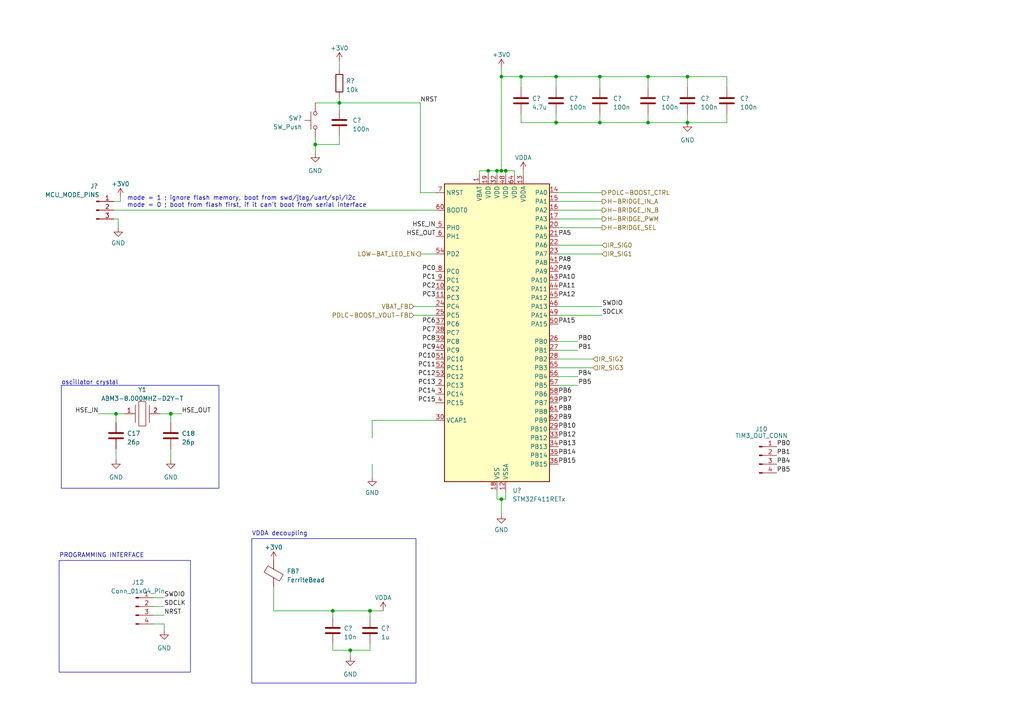
<source format=kicad_sch>
(kicad_sch (version 20230121) (generator eeschema)
  (paper "A4")
  (lib_symbols
    (symbol "Connector:Conn_01x03_Pin" (pin_names (offset 1.016) hide)
      (property "Reference" "J" (at 0 5.08 0))
      (property "Value" "Conn_01x03_Pin" (at 0 -5.08 0))
      (symbol "Conn_01x03_Pin_1_1"
        (polyline (pts (xy 1.27 -2.54) (xy 0.8636 -2.54)) (stroke (width 0.1524)))
        (polyline (pts (xy 1.27 0) (xy 0.8636 0)) (stroke (width 0.1524)))
        (polyline (pts (xy 1.27 2.54) (xy 0.8636 2.54)) (stroke (width 0.1524)))
        (rectangle (start 0.8636 -2.413) (end 0 -2.667) (stroke (width 0.1524)) (fill (type outline)))
        (rectangle (start 0.8636 0.127) (end 0 -0.127) (stroke (width 0.1524)) (fill (type outline)))
        (rectangle (start 0.8636 2.667) (end 0 2.413) (stroke (width 0.1524)) (fill (type outline)))
        (pin passive line (at 5.08 2.54 180) (length 3.81) (name "Pin_1") (number "1"))
        (pin passive line (at 5.08 0 180) (length 3.81) (name "Pin_2") (number "2"))
        (pin passive line (at 5.08 -2.54 180) (length 3.81) (name "Pin_3") (number "3"))
      )
    )
    (symbol "Connector:Conn_01x04_Pin" (pin_names (offset 1.016) hide)
      (property "Reference" "J" (at 0 5.08 0))
      (property "Value" "Conn_01x04_Pin" (at 0 -7.62 0))
      (symbol "Conn_01x04_Pin_1_1"
        (polyline (pts (xy 1.27 -5.08) (xy 0.8636 -5.08)) (stroke (width 0.1524)))
        (polyline (pts (xy 1.27 -2.54) (xy 0.8636 -2.54)) (stroke (width 0.1524)))
        (polyline (pts (xy 1.27 0) (xy 0.8636 0)) (stroke (width 0.1524)))
        (polyline (pts (xy 1.27 2.54) (xy 0.8636 2.54)) (stroke (width 0.1524)))
        (rectangle (start 0.8636 -4.953) (end 0 -5.207) (stroke (width 0.1524)) (fill (type outline)))
        (rectangle (start 0.8636 -2.413) (end 0 -2.667) (stroke (width 0.1524)) (fill (type outline)))
        (rectangle (start 0.8636 0.127) (end 0 -0.127) (stroke (width 0.1524)) (fill (type outline)))
        (rectangle (start 0.8636 2.667) (end 0 2.413) (stroke (width 0.1524)) (fill (type outline)))
        (pin passive line (at 5.08 2.54 180) (length 3.81) (name "Pin_1") (number "1"))
        (pin passive line (at 5.08 0 180) (length 3.81) (name "Pin_2") (number "2"))
        (pin passive line (at 5.08 -2.54 180) (length 3.81) (name "Pin_3") (number "3"))
        (pin passive line (at 5.08 -5.08 180) (length 3.81) (name "Pin_4") (number "4"))
      )
    )
    (symbol "CustomSymbols:ABM3-8.000MHZ-D2Y-T" (pin_names (offset 0.762))
      (property "Reference" "Y" (at 8.89 6.35 0))
      (property "Value" "ABM3-8.000MHZ-D2Y-T" (at 8.89 3.81 0))
      (symbol "ABM3-8.000MHZ-D2Y-T_0_0"
        (pin passive line (at 0 0 0) (length 2.54) (name "~") (number "1"))
        (pin passive line (at 10.16 0 180) (length 2.54) (name "~") (number "2"))
      )
      (symbol "ABM3-8.000MHZ-D2Y-T_0_1"
        (polyline (pts (xy 3.048 0) (xy 2.54 0)) (stroke (width 0.1524)))
        (polyline (pts (xy 3.048 2.54) (xy 3.048 -2.54)) (stroke (width 0.1524)))
        (polyline (pts (xy 7.112 0) (xy 7.62 0)) (stroke (width 0.1524)))
        (polyline (pts (xy 7.112 2.54) (xy 7.112 -2.54)) (stroke (width 0.1524)))
        (polyline (pts (xy 4.064 3.556) (xy 4.064 -3.556) (xy 6.096 -3.556) (xy 6.096 3.556) (xy 4.064 3.556)) (stroke (width 0.1524)))
      )
    )
    (symbol "Device:C" (pin_numbers hide) (pin_names (offset 0.254))
      (property "Reference" "C" (at 0.635 2.54 0))
      (property "Value" "C" (at 0.635 -2.54 0))
      (symbol "C_0_1"
        (polyline (pts (xy -2.032 -0.762) (xy 2.032 -0.762)) (stroke (width 0.508)))
        (polyline (pts (xy -2.032 0.762) (xy 2.032 0.762)) (stroke (width 0.508)))
      )
      (symbol "C_1_1"
        (pin passive line (at 0 3.81 270) (length 2.794) (name "~") (number "1"))
        (pin passive line (at 0 -3.81 90) (length 2.794) (name "~") (number "2"))
      )
    )
    (symbol "Device:FerriteBead" (pin_numbers hide) (pin_names (offset 0))
      (property "Reference" "FB" (at -3.81 0.635 90))
      (property "Value" "FerriteBead" (at 3.81 0 90))
      (symbol "FerriteBead_0_1"
        (polyline (pts (xy 0 -1.27) (xy 0 -1.2192)))
        (polyline (pts (xy 0 1.27) (xy 0 1.2954)))
        (polyline (pts (xy -2.7686 0.4064) (xy -1.7018 2.2606) (xy 2.7686 -0.3048) (xy 1.6764 -2.159) (xy -2.7686 0.4064)))
      )
      (symbol "FerriteBead_1_1"
        (pin passive line (at 0 3.81 270) (length 2.54) (name "~") (number "1"))
        (pin passive line (at 0 -3.81 90) (length 2.54) (name "~") (number "2"))
      )
    )
    (symbol "Device:R" (pin_numbers hide) (pin_names (offset 0))
      (property "Reference" "R" (at 2.032 0 90))
      (property "Value" "R" (at 0 0 90))
      (symbol "R_0_1"
        (rectangle (start -1.016 -2.54) (end 1.016 2.54) (stroke (width 0.254)))
      )
      (symbol "R_1_1"
        (pin passive line (at 0 3.81 270) (length 1.27) (name "~") (number "1"))
        (pin passive line (at 0 -3.81 90) (length 1.27) (name "~") (number "2"))
      )
    )
    (symbol "MCU_ST_STM32F4:STM32F411RETx"
      (property "Reference" "U" (at -15.24 44.45 0))
      (property "Value" "STM32F411RETx" (at 10.16 44.45 0))
      (symbol "STM32F411RETx_0_1"
        (rectangle (start -15.24 -43.18) (end 15.24 43.18) (stroke (width 0.254)) (fill (type background)))
      )
      (symbol "STM32F411RETx_1_1"
        (pin power_in line (at -5.08 45.72 270) (length 2.54) (name "VBAT") (number "1"))
        (pin bidirectional line (at -17.78 12.7 0) (length 2.54) (name "PC2") (number "10"))
        (pin bidirectional line (at -17.78 10.16 0) (length 2.54) (name "PC3") (number "11"))
        (pin power_in line (at 2.54 -45.72 90) (length 2.54) (name "VSSA") (number "12"))
        (pin power_in line (at 7.62 45.72 270) (length 2.54) (name "VDDA") (number "13"))
        (pin bidirectional line (at 17.78 40.64 180) (length 2.54) (name "PA0") (number "14"))
        (pin bidirectional line (at 17.78 38.1 180) (length 2.54) (name "PA1") (number "15"))
        (pin bidirectional line (at 17.78 35.56 180) (length 2.54) (name "PA2") (number "16"))
        (pin bidirectional line (at 17.78 33.02 180) (length 2.54) (name "PA3") (number "17"))
        (pin power_in line (at 0 -45.72 90) (length 2.54) (name "VSS") (number "18"))
        (pin power_in line (at -2.54 45.72 270) (length 2.54) (name "VDD") (number "19"))
        (pin bidirectional line (at -17.78 -15.24 0) (length 2.54) (name "PC13") (number "2"))
        (pin bidirectional line (at 17.78 30.48 180) (length 2.54) (name "PA4") (number "20"))
        (pin bidirectional line (at 17.78 27.94 180) (length 2.54) (name "PA5") (number "21"))
        (pin bidirectional line (at 17.78 25.4 180) (length 2.54) (name "PA6") (number "22"))
        (pin bidirectional line (at 17.78 22.86 180) (length 2.54) (name "PA7") (number "23"))
        (pin bidirectional line (at -17.78 7.62 0) (length 2.54) (name "PC4") (number "24"))
        (pin bidirectional line (at -17.78 5.08 0) (length 2.54) (name "PC5") (number "25"))
        (pin bidirectional line (at 17.78 -2.54 180) (length 2.54) (name "PB0") (number "26"))
        (pin bidirectional line (at 17.78 -5.08 180) (length 2.54) (name "PB1") (number "27"))
        (pin bidirectional line (at 17.78 -7.62 180) (length 2.54) (name "PB2") (number "28"))
        (pin bidirectional line (at 17.78 -27.94 180) (length 2.54) (name "PB10") (number "29"))
        (pin bidirectional line (at -17.78 -17.78 0) (length 2.54) (name "PC14") (number "3"))
        (pin power_out line (at -17.78 -25.4 0) (length 2.54) (name "VCAP1") (number "30"))
        (pin passive line (at 0 -45.72 90) (length 2.54) hide (name "VSS") (number "31"))
        (pin power_in line (at 0 45.72 270) (length 2.54) (name "VDD") (number "32"))
        (pin bidirectional line (at 17.78 -30.48 180) (length 2.54) (name "PB12") (number "33"))
        (pin bidirectional line (at 17.78 -33.02 180) (length 2.54) (name "PB13") (number "34"))
        (pin bidirectional line (at 17.78 -35.56 180) (length 2.54) (name "PB14") (number "35"))
        (pin bidirectional line (at 17.78 -38.1 180) (length 2.54) (name "PB15") (number "36"))
        (pin bidirectional line (at -17.78 2.54 0) (length 2.54) (name "PC6") (number "37"))
        (pin bidirectional line (at -17.78 0 0) (length 2.54) (name "PC7") (number "38"))
        (pin bidirectional line (at -17.78 -2.54 0) (length 2.54) (name "PC8") (number "39"))
        (pin bidirectional line (at -17.78 -20.32 0) (length 2.54) (name "PC15") (number "4"))
        (pin bidirectional line (at -17.78 -5.08 0) (length 2.54) (name "PC9") (number "40"))
        (pin bidirectional line (at 17.78 20.32 180) (length 2.54) (name "PA8") (number "41"))
        (pin bidirectional line (at 17.78 17.78 180) (length 2.54) (name "PA9") (number "42"))
        (pin bidirectional line (at 17.78 15.24 180) (length 2.54) (name "PA10") (number "43"))
        (pin bidirectional line (at 17.78 12.7 180) (length 2.54) (name "PA11") (number "44"))
        (pin bidirectional line (at 17.78 10.16 180) (length 2.54) (name "PA12") (number "45"))
        (pin bidirectional line (at 17.78 7.62 180) (length 2.54) (name "PA13") (number "46"))
        (pin passive line (at 0 -45.72 90) (length 2.54) hide (name "VSS") (number "47"))
        (pin power_in line (at 2.54 45.72 270) (length 2.54) (name "VDD") (number "48"))
        (pin bidirectional line (at 17.78 5.08 180) (length 2.54) (name "PA14") (number "49"))
        (pin bidirectional line (at -17.78 30.48 0) (length 2.54) (name "PH0") (number "5"))
        (pin bidirectional line (at 17.78 2.54 180) (length 2.54) (name "PA15") (number "50"))
        (pin bidirectional line (at -17.78 -7.62 0) (length 2.54) (name "PC10") (number "51"))
        (pin bidirectional line (at -17.78 -10.16 0) (length 2.54) (name "PC11") (number "52"))
        (pin bidirectional line (at -17.78 -12.7 0) (length 2.54) (name "PC12") (number "53"))
        (pin bidirectional line (at -17.78 22.86 0) (length 2.54) (name "PD2") (number "54"))
        (pin bidirectional line (at 17.78 -10.16 180) (length 2.54) (name "PB3") (number "55"))
        (pin bidirectional line (at 17.78 -12.7 180) (length 2.54) (name "PB4") (number "56"))
        (pin bidirectional line (at 17.78 -15.24 180) (length 2.54) (name "PB5") (number "57"))
        (pin bidirectional line (at 17.78 -17.78 180) (length 2.54) (name "PB6") (number "58"))
        (pin bidirectional line (at 17.78 -20.32 180) (length 2.54) (name "PB7") (number "59"))
        (pin bidirectional line (at -17.78 27.94 0) (length 2.54) (name "PH1") (number "6"))
        (pin input line (at -17.78 35.56 0) (length 2.54) (name "BOOT0") (number "60"))
        (pin bidirectional line (at 17.78 -22.86 180) (length 2.54) (name "PB8") (number "61"))
        (pin bidirectional line (at 17.78 -25.4 180) (length 2.54) (name "PB9") (number "62"))
        (pin passive line (at 0 -45.72 90) (length 2.54) hide (name "VSS") (number "63"))
        (pin power_in line (at 5.08 45.72 270) (length 2.54) (name "VDD") (number "64"))
        (pin input line (at -17.78 40.64 0) (length 2.54) (name "NRST") (number "7"))
        (pin bidirectional line (at -17.78 17.78 0) (length 2.54) (name "PC0") (number "8"))
        (pin bidirectional line (at -17.78 15.24 0) (length 2.54) (name "PC1") (number "9"))
      )
    )
    (symbol "Switch:SW_Push" (pin_numbers hide) (pin_names (offset 1.016) hide)
      (property "Reference" "SW" (at 1.27 2.54 0))
      (property "Value" "SW_Push" (at 0 -1.524 0))
      (symbol "SW_Push_0_1"
        (circle (center -2.032 0) (radius 0.508))
        (polyline (pts (xy 0 1.27) (xy 0 3.048)))
        (polyline (pts (xy 2.54 1.27) (xy -2.54 1.27)))
        (circle (center 2.032 0) (radius 0.508))
        (pin passive line (at -5.08 0 0) (length 2.54) (name "1") (number "1"))
        (pin passive line (at 5.08 0 180) (length 2.54) (name "2") (number "2"))
      )
    )
    (symbol "power:+3V0" (power) (pin_names (offset 0))
      (property "Value" "+3V0" (at 0 3.556 0))
      (symbol "+3V0_0_1"
        (polyline (pts (xy -0.762 1.27) (xy 0 2.54)))
        (polyline (pts (xy 0 0) (xy 0 2.54)))
        (polyline (pts (xy 0 2.54) (xy 0.762 1.27)))
      )
      (symbol "+3V0_1_1"
        (pin power_in line (at 0 0 90) (length 0) hide (name "+3V0") (number "1"))
      )
    )
    (symbol "power:GND" (power) (pin_names (offset 0))
      (property "Value" "GND" (at 0 -3.81 0))
      (symbol "GND_0_1"
        (polyline (pts (xy 0 0) (xy 0 -1.27) (xy 1.27 -1.27) (xy 0 -2.54) (xy -1.27 -1.27) (xy 0 -1.27)))
      )
      (symbol "GND_1_1"
        (pin power_in line (at 0 0 270) (length 0) hide (name "GND") (number "1"))
      )
    )
    (symbol "power:VDDA" (power) (pin_names (offset 0))
      (property "Value" "VDDA" (at 0 3.81 0))
      (symbol "VDDA_0_1"
        (polyline (pts (xy -0.762 1.27) (xy 0 2.54)))
        (polyline (pts (xy 0 0) (xy 0 2.54)))
        (polyline (pts (xy 0 2.54) (xy 0.762 1.27)))
      )
      (symbol "VDDA_1_1"
        (pin power_in line (at 0 0 90) (length 0) hide (name "VDDA") (number "1"))
      )
    )
  )
  (junction (at 91.44 41.91))
  (junction (at 33.655 120.015))
  (junction (at 98.425 29.845))
  (junction (at 141.605 49.53))
  (junction (at 107.315 177.165))
  (junction (at 151.13 22.225))
  (junction (at 144.145 49.53))
  (junction (at 187.96 35.56))
  (junction (at 199.39 35.56))
  (junction (at 49.53 120.015))
  (junction (at 173.99 22.225))
  (junction (at 199.39 22.225))
  (junction (at 161.29 35.56))
  (junction (at 161.29 22.225))
  (junction (at 101.6 188.595))
  (junction (at 187.96 22.225))
  (junction (at 96.52 177.165))
  (junction (at 145.415 22.225))
  (junction (at 146.685 49.53))
  (junction (at 173.99 35.56))
  (junction (at 145.415 144.78))
  (junction (at 145.415 49.53))
  (wire (pts (xy 161.925 66.04) (xy 174.625 66.04)))
  (wire (pts (xy 173.99 33.02) (xy 173.99 35.56)))
  (wire (pts (xy 149.225 49.53) (xy 149.225 50.8)))
  (wire (pts (xy 210.82 25.4) (xy 210.82 22.225)))
  (wire (pts (xy 79.375 170.18) (xy 79.375 177.165)))
  (wire (pts (xy 79.375 177.165) (xy 96.52 177.165)))
  (wire (pts (xy 161.29 25.4) (xy 161.29 22.225)))
  (wire (pts (xy 187.96 33.02) (xy 187.96 35.56)))
  (wire (pts (xy 47.625 182.88) (xy 47.625 180.975)))
  (wire (pts (xy 141.605 49.53) (xy 144.145 49.53)))
  (wire (pts (xy 34.29 63.5) (xy 34.29 66.04)))
  (wire (pts (xy 121.92 73.66) (xy 126.365 73.66)))
  (wire (pts (xy 145.415 144.78) (xy 145.415 149.225)))
  (wire (pts (xy 161.925 88.9) (xy 174.625 88.9)))
  (wire (pts (xy 161.925 106.68) (xy 172.085 106.68)))
  (wire (pts (xy 28.575 120.015) (xy 33.655 120.015)))
  (wire (pts (xy 44.45 180.975) (xy 47.625 180.975)))
  (wire (pts (xy 144.145 144.78) (xy 144.145 142.24)))
  (wire (pts (xy 161.925 104.14) (xy 172.085 104.14)))
  (wire (pts (xy 144.145 49.53) (xy 145.415 49.53)))
  (wire (pts (xy 96.52 188.595) (xy 101.6 188.595)))
  (wire (pts (xy 210.82 22.225) (xy 199.39 22.225)))
  (wire (pts (xy 167.64 111.76) (xy 161.925 111.76)))
  (wire (pts (xy 107.95 121.92) (xy 107.95 127)))
  (wire (pts (xy 167.64 109.22) (xy 161.925 109.22)))
  (wire (pts (xy 33.02 60.96) (xy 126.365 60.96)))
  (wire (pts (xy 144.145 49.53) (xy 144.145 50.8)))
  (wire (pts (xy 146.685 142.24) (xy 146.685 144.78)))
  (wire (pts (xy 107.315 188.595) (xy 107.315 186.69)))
  (wire (pts (xy 161.925 63.5) (xy 174.625 63.5)))
  (wire (pts (xy 33.655 120.015) (xy 33.655 122.555)))
  (wire (pts (xy 46.355 120.015) (xy 49.53 120.015)))
  (wire (pts (xy 101.6 188.595) (xy 107.315 188.595)))
  (wire (pts (xy 151.13 35.56) (xy 161.29 35.56)))
  (wire (pts (xy 49.53 120.015) (xy 52.705 120.015)))
  (wire (pts (xy 33.02 63.5) (xy 34.29 63.5)))
  (wire (pts (xy 139.065 50.8) (xy 139.065 49.53)))
  (wire (pts (xy 161.925 55.88) (xy 174.625 55.88)))
  (wire (pts (xy 96.52 186.69) (xy 96.52 188.595)))
  (wire (pts (xy 187.96 22.225) (xy 199.39 22.225)))
  (wire (pts (xy 151.13 33.02) (xy 151.13 35.56)))
  (wire (pts (xy 107.315 179.07) (xy 107.315 177.165)))
  (wire (pts (xy 49.53 120.015) (xy 49.53 122.555)))
  (wire (pts (xy 161.925 73.66) (xy 174.625 73.66)))
  (wire (pts (xy 96.52 177.165) (xy 96.52 179.07)))
  (wire (pts (xy 44.45 175.895) (xy 47.625 175.895)))
  (wire (pts (xy 121.92 55.88) (xy 126.365 55.88)))
  (wire (pts (xy 161.925 60.96) (xy 174.625 60.96)))
  (wire (pts (xy 107.95 134.62) (xy 107.95 138.43)))
  (wire (pts (xy 98.425 27.94) (xy 98.425 29.845)))
  (wire (pts (xy 146.685 49.53) (xy 146.685 50.8)))
  (wire (pts (xy 98.425 29.845) (xy 98.425 31.75)))
  (wire (pts (xy 146.685 144.78) (xy 145.415 144.78)))
  (wire (pts (xy 145.415 49.53) (xy 146.685 49.53)))
  (wire (pts (xy 146.685 49.53) (xy 149.225 49.53)))
  (wire (pts (xy 187.96 25.4) (xy 187.96 22.225)))
  (wire (pts (xy 161.925 58.42) (xy 174.625 58.42)))
  (wire (pts (xy 91.44 40.005) (xy 91.44 41.91)))
  (wire (pts (xy 199.39 33.02) (xy 199.39 35.56)))
  (wire (pts (xy 210.82 35.56) (xy 210.82 33.02)))
  (wire (pts (xy 34.925 58.42) (xy 33.02 58.42)))
  (wire (pts (xy 161.29 33.02) (xy 161.29 35.56)))
  (wire (pts (xy 120.015 91.44) (xy 126.365 91.44)))
  (wire (pts (xy 33.655 130.175) (xy 33.655 133.35)))
  (wire (pts (xy 173.99 25.4) (xy 173.99 22.225)))
  (wire (pts (xy 98.425 39.37) (xy 98.425 41.91)))
  (wire (pts (xy 121.92 29.845) (xy 121.92 55.88)))
  (wire (pts (xy 120.015 88.9) (xy 126.365 88.9)))
  (wire (pts (xy 107.315 177.165) (xy 111.125 177.165)))
  (wire (pts (xy 173.99 22.225) (xy 187.96 22.225)))
  (wire (pts (xy 199.39 22.225) (xy 199.39 25.4)))
  (wire (pts (xy 151.13 22.225) (xy 151.13 25.4)))
  (wire (pts (xy 44.45 173.355) (xy 47.625 173.355)))
  (wire (pts (xy 173.99 35.56) (xy 187.96 35.56)))
  (wire (pts (xy 161.29 35.56) (xy 173.99 35.56)))
  (wire (pts (xy 161.29 22.225) (xy 151.13 22.225)))
  (wire (pts (xy 98.425 29.845) (xy 121.92 29.845)))
  (wire (pts (xy 161.925 99.06) (xy 167.64 99.06)))
  (wire (pts (xy 44.45 178.435) (xy 47.625 178.435)))
  (wire (pts (xy 91.44 41.91) (xy 98.425 41.91)))
  (wire (pts (xy 151.765 49.53) (xy 151.765 50.8)))
  (wire (pts (xy 199.39 35.56) (xy 210.82 35.56)))
  (wire (pts (xy 141.605 49.53) (xy 141.605 50.8)))
  (wire (pts (xy 145.415 19.685) (xy 145.415 22.225)))
  (wire (pts (xy 126.365 121.92) (xy 107.95 121.92)))
  (wire (pts (xy 187.96 35.56) (xy 199.39 35.56)))
  (wire (pts (xy 91.44 29.845) (xy 98.425 29.845)))
  (wire (pts (xy 161.925 101.6) (xy 167.64 101.6)))
  (wire (pts (xy 96.52 177.165) (xy 107.315 177.165)))
  (wire (pts (xy 34.925 57.15) (xy 34.925 58.42)))
  (wire (pts (xy 161.29 22.225) (xy 173.99 22.225)))
  (wire (pts (xy 145.415 22.225) (xy 151.13 22.225)))
  (wire (pts (xy 98.425 17.78) (xy 98.425 20.32)))
  (wire (pts (xy 161.925 71.12) (xy 174.625 71.12)))
  (wire (pts (xy 161.925 91.44) (xy 174.625 91.44)))
  (wire (pts (xy 33.655 120.015) (xy 36.195 120.015)))
  (wire (pts (xy 101.6 188.595) (xy 101.6 190.5)))
  (wire (pts (xy 145.415 144.78) (xy 144.145 144.78)))
  (wire (pts (xy 91.44 41.91) (xy 91.44 44.45)))
  (wire (pts (xy 49.53 130.175) (xy 49.53 133.35)))
  (wire (pts (xy 139.065 49.53) (xy 141.605 49.53)))
  (wire (pts (xy 145.415 22.225) (xy 145.415 49.53)))
  (rectangle (start 73.025 156.21) (end 120.65 198.12))
  (rectangle (start 17.145 162.56) (end 55.245 194.945))
  (rectangle (start 17.78 111.76) (end 63.5 141.605))
  (text "VDDA decoupling" (at 73.025 155.575 0) (effects (font (size 1.27 1.27)) (justify left bottom)))
  (text "PROGRAMMING INTERFACE\n" (at 17.145 161.925 0) (effects (font (size 1.27 1.27)) (justify left bottom)))
  (text "oscillator crystal" (at 17.78 111.76 0) (effects (font (size 1.27 1.27)) (justify left bottom)))
  (text "mode = 1 ; ignore flash memory, boot from swd/jtag/uart/spi/i2c\nmode = 0 ; boot from flash first, if it can't boot from serial interface" (at 36.83 60.325 0) (effects (font (size 1.27 1.27)) (justify left bottom)))
  (label "HSE_IN" (at 28.575 120.015 180))
  (label "PB14" (at 161.925 132.08 0))
  (label "PB0" (at 167.64 99.06 0))
  (label "PA5" (at 161.925 68.58 0))
  (label "PC3" (at 126.365 86.36 180))
  (label "PB9" (at 161.925 121.92 0))
  (label "NRST" (at 47.625 178.435 0))
  (label "PC7" (at 126.365 96.52 180))
  (label "PA9" (at 161.925 78.74 0))
  (label "PC9" (at 126.365 101.6 180))
  (label "PB4" (at 167.64 109.22 0))
  (label "PB6" (at 161.925 114.3 0))
  (label "PC12" (at 126.365 109.22 180))
  (label "PB12" (at 161.925 127 0))
  (label "PB5" (at 167.64 111.76 0))
  (label "PC8" (at 126.365 99.06 180))
  (label "PC15" (at 126.365 116.84 180))
  (label "PB7" (at 161.925 116.84 0))
  (label "PB8" (at 161.925 119.38 0))
  (label "PC13" (at 126.365 111.76 180))
  (label "SWDIO" (at 174.625 88.9 0))
  (label "PB10" (at 161.925 124.46 0))
  (label "PB1" (at 225.298 132.08 0))
  (label "SWDIO" (at 47.625 173.355 0))
  (label "PC6" (at 126.365 93.98 180))
  (label "PC1" (at 126.365 81.28 180))
  (label "PB13" (at 161.925 129.54 0))
  (label "PA15" (at 161.925 93.98 0))
  (label "PA12" (at 161.925 86.36 0))
  (label "PA8" (at 161.925 76.2 0))
  (label "PB5" (at 225.298 137.16 0))
  (label "PA11" (at 161.925 83.82 0))
  (label "PB15" (at 161.925 134.62 0))
  (label "PC2" (at 126.365 83.82 180))
  (label "NRST" (at 121.92 29.845 0))
  (label "HSE_OUT" (at 126.365 68.58 180))
  (label "PA10" (at 161.925 81.28 0))
  (label "PC10" (at 126.365 104.14 180))
  (label "PC0" (at 126.365 78.74 180))
  (label "SDCLK" (at 174.625 91.44 0))
  (label "PC11" (at 126.365 106.68 180))
  (label "PC14" (at 126.365 114.3 180))
  (label "HSE_IN" (at 126.365 66.04 180))
  (label "PB0" (at 225.298 129.54 0))
  (label "SDCLK" (at 47.625 175.895 0))
  (label "HSE_OUT" (at 52.705 120.015 0))
  (label "PB1" (at 167.64 101.6 0))
  (label "PB4" (at 225.298 134.62 0))
  (hierarchical_label "IR_SIG2" (shape input) (at 172.085 104.14 0))
  (hierarchical_label "LOW-BAT_LED_EN" (shape output) (at 121.92 73.66 180))
  (hierarchical_label "H-BRIDGE_IN_A" (shape output) (at 174.625 58.42 0))
  (hierarchical_label "H-BRIDGE_PWM" (shape output) (at 174.625 63.5 0))
  (hierarchical_label "IR_SIG3" (shape input) (at 172.085 106.68 0))
  (hierarchical_label "PDLC-BOOST_VOUT-FB" (shape input) (at 120.015 91.44 180))
  (hierarchical_label "IR_SIG0" (shape input) (at 174.625 71.12 0))
  (hierarchical_label "PDLC-BOOST_CTRL" (shape output) (at 174.625 55.88 0))
  (hierarchical_label "IR_SIG1" (shape input) (at 174.625 73.66 0))
  (hierarchical_label "H-BRIDGE_SEL" (shape output) (at 174.625 66.04 0))
  (hierarchical_label "VBAT_FB" (shape input) (at 120.015 88.9 180))
  (hierarchical_label "H-BRIDGE_IN_B" (shape output) (at 174.625 60.96 0))
  (symbol (lib_id "Device:C") (at 98.425 35.56 0) (unit 1)
    (property "Reference" "C?" (at 102.235 34.925 0) (effects (justify left)))
    (property "Value" "100n" (at 102.235 37.465 0) (effects (justify left)))
    (property "Footprint" "Capacitor_SMD:C_0805_2012Metric_Pad1.18x1.45mm_HandSolder" (effects hide))
    (instances (project "RookBril" (path "" (reference "C?") (unit 1)) (path "" (reference "C16") (unit 1))))
  )
  (symbol (lib_id "Device:C") (at 187.96 29.21 0) (unit 1)
    (property "Reference" "C?" (at 191.77 28.575 0) (effects (justify left)))
    (property "Value" "100n" (at 191.77 31.115 0) (effects (justify left)))
    (property "Footprint" "Capacitor_SMD:C_0805_2012Metric_Pad1.18x1.45mm_HandSolder" (effects hide))
    (instances (project "RookBril" (path "" (reference "C?") (unit 1)) (path "" (reference "C14") (unit 1))))
  )
  (symbol (lib_id "power:+3V0") (at 145.415 19.685 0) (unit 1)
    (property "Reference" "#PWR?" (effects hide))
    (property "Value" "+3V0" (at 145.415 15.875 0))
    (instances (project "RookBril" (path "" (reference "#PWR?") (unit 1)) (path "" (reference "#PWR031") (unit 1))))
  )
  (symbol (lib_id "power:VDDA") (at 111.125 177.165 0) (unit 1)
    (property "Reference" "#PWR?" (effects hide))
    (property "Value" "VDDA" (at 111.125 173.355 0))
    (instances (project "RookBril" (path "" (reference "#PWR?") (unit 1)) (path "" (reference "#PWR043") (unit 1))))
  )
  (symbol (lib_id "power:GND") (at 34.29 66.04 0) (mirror y) (unit 1)
    (property "Reference" "#PWR?" (effects hide))
    (property "Value" "GND" (at 34.29 70.485 0))
    (instances (project "RookBril" (path "" (reference "#PWR?") (unit 1)) (path "" (reference "#PWR?") (unit 1)) (path "" (reference "#PWR?") (unit 1)) (path "" (reference "#PWR036") (unit 1))))
  )
  (symbol (lib_id "MCU_ST_STM32F4:STM32F411RETx") (at 144.145 96.52 0) (unit 1)
    (property "Reference" "U?" (at 148.6409 142.24 0) (effects (justify left)))
    (property "Value" "STM32F411RETx" (at 148.6409 144.78 0) (effects (justify left)))
    (property "Footprint" "Package_QFP:LQFP-64_10x10mm_P0.5mm" (effects hide))
    (property "Datasheet" "https://www.st.com/resource/en/datasheet/stm32f411re.pdf" (effects hide))
    (instances (project "RookBril" (path "" (reference "U?") (unit 1)) (path "" (reference "U3") (unit 1))))
  )
  (symbol (lib_id "power:GND") (at 91.44 44.45 0) (unit 1)
    (property "Reference" "#PWR?" (effects hide))
    (property "Value" "GND" (at 91.44 49.53 0))
    (instances (project "RookBril" (path "" (reference "#PWR?") (unit 1)) (path "" (reference "#PWR033") (unit 1))))
  )
  (symbol (lib_id "Connector:Conn_01x04_Pin") (at 220.218 132.08 0) (unit 1)
    (property "Reference" "J10" (at 220.853 124.46 0))
    (property "Value" "TIM3_OUT_CONN" (at 220.853 126.365 0))
    (property "Footprint" "Connector_PinHeader_2.54mm:PinHeader_1x04_P2.54mm_Vertical" (effects hide))
  )
  (symbol (lib_id "Device:C") (at 173.99 29.21 0) (unit 1)
    (property "Reference" "C?" (at 177.8 28.575 0) (effects (justify left)))
    (property "Value" "100n" (at 177.8 31.115 0) (effects (justify left)))
    (property "Footprint" "Capacitor_SMD:C_0805_2012Metric_Pad1.18x1.45mm_HandSolder" (effects hide))
    (instances (project "RookBril" (path "" (reference "C?") (unit 1)) (path "" (reference "C13") (unit 1))))
  )
  (symbol (lib_id "power:GND") (at 47.625 182.88 0) (unit 1)
    (property "Reference" "#PWR?" (effects hide))
    (property "Value" "GND" (at 47.625 187.96 0))
    (instances (project "RookBril" (path "" (reference "#PWR?") (unit 1)) (path "" (reference "#PWR044") (unit 1))))
  )
  (symbol (lib_id "Device:C") (at 199.39 29.21 0) (unit 1)
    (property "Reference" "C?" (at 203.2 28.575 0) (effects (justify left)))
    (property "Value" "100n" (at 203.2 31.115 0) (effects (justify left)))
    (property "Footprint" "Capacitor_SMD:C_0805_2012Metric_Pad1.18x1.45mm_HandSolder" (effects hide))
    (instances (project "RookBril" (path "" (reference "C?") (unit 1)) (path "" (reference "C15") (unit 1))))
  )
  (symbol (lib_id "Switch:SW_Push") (at 91.44 34.925 90) (mirror x) (unit 1)
    (property "Reference" "SW?" (at 87.63 34.29 90) (effects (justify left)))
    (property "Value" "SW_Push" (at 87.63 36.83 90) (effects (justify left)))
    (property "Footprint" "Button_Switch_THT:SW_PUSH_6mm_H5mm" (effects hide))
    (instances (project "RookBril" (path "" (reference "SW?") (unit 1)) (path "" (reference "SW1") (unit 1))))
  )
  (symbol (lib_id "power:GND") (at 107.95 138.43 0) (unit 1)
    (property "Reference" "#PWR?" (effects hide))
    (property "Value" "GND" (at 107.95 142.875 0))
    (instances (project "RookBril" (path "" (reference "#PWR?") (unit 1)) (path "" (reference "#PWR042") (unit 1))))
  )
  (symbol (lib_id "power:+3V0") (at 79.375 162.56 0) (unit 1)
    (property "Reference" "#PWR?" (effects hide))
    (property "Value" "+3V0" (at 79.375 158.75 0))
    (instances (project "RookBril" (path "" (reference "#PWR?") (unit 1)) (path "" (reference "#PWR041") (unit 1))))
  )
  (symbol (lib_id "Device:C") (at 33.655 126.365 0) (unit 1)
    (property "Reference" "C17" (at 36.83 125.73 0) (effects (justify left)))
    (property "Value" "26p" (at 36.83 128.27 0) (effects (justify left)))
    (property "Footprint" "Capacitor_SMD:C_0805_2012Metric_Pad1.18x1.45mm_HandSolder" (effects hide))
  )
  (symbol (lib_id "Device:C") (at 161.29 29.21 0) (unit 1)
    (property "Reference" "C?" (at 165.1 28.575 0) (effects (justify left)))
    (property "Value" "100n" (at 165.1 31.115 0) (effects (justify left)))
    (property "Footprint" "Capacitor_SMD:C_0805_2012Metric_Pad1.18x1.45mm_HandSolder" (effects hide))
    (instances (project "RookBril" (path "" (reference "C?") (unit 1)) (path "" (reference "C12") (unit 1))))
  )
  (symbol (lib_id "Device:C") (at 96.52 182.88 0) (unit 1)
    (property "Reference" "C?" (at 99.695 182.245 0) (effects (justify left)))
    (property "Value" "10n" (at 99.695 184.785 0) (effects (justify left)))
    (property "Footprint" "Capacitor_SMD:C_0805_2012Metric_Pad1.18x1.45mm_HandSolder" (effects hide))
    (instances (project "RookBril" (path "" (reference "C?") (unit 1)) (path "" (reference "C20") (unit 1))))
  )
  (symbol (lib_id "Device:C") (at 210.82 29.21 0) (unit 1)
    (property "Reference" "C?" (at 214.63 28.575 0) (effects (justify left)))
    (property "Value" "100n" (at 214.63 31.115 0) (effects (justify left)))
    (property "Footprint" "Capacitor_SMD:C_0805_2012Metric_Pad1.18x1.45mm_HandSolder" (effects hide))
    (instances (project "RookBril" (path "" (reference "C?") (unit 1)) (path "" (reference "C24") (unit 1))))
  )
  (symbol (lib_id "power:GND") (at 199.39 35.56 0) (unit 1)
    (property "Reference" "#PWR?" (effects hide))
    (property "Value" "GND" (at 199.39 40.64 0))
    (instances (project "RookBril" (path "" (reference "#PWR?") (unit 1)) (path "" (reference "#PWR032") (unit 1))))
  )
  (symbol (lib_id "power:VDDA") (at 151.765 49.53 0) (unit 1)
    (property "Reference" "#PWR?" (effects hide))
    (property "Value" "VDDA" (at 151.765 45.72 0))
    (instances (project "RookBril" (path "" (reference "#PWR?") (unit 1)) (path "" (reference "#PWR034") (unit 1))))
  )
  (symbol (lib_id "Connector:Conn_01x04_Pin") (at 39.37 175.895 0) (unit 1)
    (property "Reference" "J12" (at 40.005 168.91 0))
    (property "Value" "Conn_01x04_Pin" (at 40.005 171.45 0))
    (property "Footprint" "Connector_PinHeader_2.54mm:PinHeader_1x04_P2.54mm_Vertical" (effects hide))
  )
  (symbol (lib_id "power:GND") (at 145.415 149.225 0) (unit 1)
    (property "Reference" "#PWR?" (effects hide))
    (property "Value" "GND" (at 145.415 153.67 0))
    (instances (project "RookBril" (path "" (reference "#PWR?") (unit 1)) (path "" (reference "#PWR040") (unit 1))))
  )
  (symbol (lib_id "Device:R") (at 98.425 24.13 0) (unit 1)
    (property "Reference" "R?" (at 100.33 23.495 0) (effects (justify left)))
    (property "Value" "10k" (at 100.33 26.035 0) (effects (justify left)))
    (property "Footprint" "Resistor_SMD:R_0805_2012Metric_Pad1.20x1.40mm_HandSolder" (effects hide))
    (instances (project "RookBril" (path "" (reference "R?") (unit 1)) (path "" (reference "R13") (unit 1))))
  )
  (symbol (lib_id "power:+3V0") (at 34.925 57.15 0) (unit 1)
    (property "Reference" "#PWR?" (effects hide))
    (property "Value" "+3V0" (at 34.925 53.34 0))
    (instances (project "RookBril" (path "" (reference "#PWR?") (unit 1)) (path "" (reference "#PWR035") (unit 1))))
  )
  (symbol (lib_id "Device:C") (at 107.315 182.88 0) (unit 1)
    (property "Reference" "C?" (at 110.49 182.245 0) (effects (justify left)))
    (property "Value" "1u" (at 110.49 184.785 0) (effects (justify left)))
    (property "Footprint" "Capacitor_SMD:C_0805_2012Metric_Pad1.18x1.45mm_HandSolder" (effects hide))
    (instances (project "RookBril" (path "" (reference "C?") (unit 1)) (path "" (reference "C21") (unit 1))))
  )
  (symbol (lib_id "power:GND") (at 101.6 190.5 0) (unit 1)
    (property "Reference" "#PWR?" (effects hide))
    (property "Value" "GND" (at 101.6 195.58 0))
    (instances (project "RookBril" (path "" (reference "#PWR?") (unit 1)) (path "" (reference "#PWR045") (unit 1))))
  )
  (symbol (lib_id "Connector:Conn_01x03_Pin") (at 27.94 60.96 0) (unit 1)
    (property "Reference" "J?" (at 27.305 53.975 0))
    (property "Value" "MCU_MODE_PINS" (at 20.955 56.515 0))
    (property "Footprint" "Connector_PinSocket_2.54mm:PinSocket_1x03_P2.54mm_Vertical" (effects hide))
    (instances (project "RookBril" (path "" (reference "J?") (unit 1)) (path "" (reference "J?") (unit 1)) (path "" (reference "J?") (unit 1)) (path "" (reference "J9") (unit 1))))
  )
  (symbol (lib_id "power:GND") (at 49.53 133.35 0) (unit 1)
    (property "Reference" "#PWR038" (effects hide))
    (property "Value" "GND" (at 49.53 138.43 0))
  )
  (symbol (lib_id "Device:FerriteBead") (at 79.375 166.37 0) (unit 1)
    (property "Reference" "FB?" (at 83.185 165.6842 0) (effects (justify left)))
    (property "Value" "FerriteBead" (at 83.185 168.2242 0) (effects (justify left)))
    (property "Footprint" "Inductor_SMD:L_0805_2012Metric_Pad1.15x1.40mm_HandSolder" (effects hide))
    (instances (project "RookBril" (path "" (reference "FB?") (unit 1)) (path "" (reference "FB1") (unit 1))))
  )
  (symbol (lib_id "CustomSymbols:ABM3-8.000MHZ-D2Y-T") (at 36.195 120.015 0) (unit 1)
    (property "Reference" "Y1" (at 41.275 113.03 0))
    (property "Value" "ABM3-8.000MHZ-D2Y-T" (at 41.275 115.57 0))
    (property "Footprint" "Components:ABM3" (effects hide))
    (property "Datasheet" "https://abracon.com/Resonators/abm3.pdf" (effects hide))
    (property "Description" "MEMS Crystal Oscillator 66.666MHz +/-50ppm 4-Pin SMD Bulk" (effects hide))
    (property "Height" "1.3" (effects hide))
    (property "Mouser Part Number" "815-ABM3-8-D2Y-T" (effects hide))
    (property "Mouser Price/Stock" "https://www.mouser.co.uk/ProductDetail/ABRACON/ABM3-8.000MHZ-D2Y-T?qs=ihRgKfnEsN4giUXjc3yS1g%3D%3D" (effects hide))
    (property "Manufacturer_Name" "ABRACON" (effects hide))
    (property "Manufacturer_Part_Number" "ABM3-8.000MHZ-D2Y-T" (effects hide))
  )
  (symbol (lib_id "power:GND") (at 33.655 133.35 0) (unit 1)
    (property "Reference" "#PWR037" (effects hide))
    (property "Value" "GND" (at 33.655 138.43 0))
  )
  (symbol (lib_id "power:+3V0") (at 98.425 17.78 0) (unit 1)
    (property "Reference" "#PWR?" (effects hide))
    (property "Value" "+3V0" (at 98.425 13.97 0))
    (instances (project "RookBril" (path "" (reference "#PWR?") (unit 1)) (path "" (reference "#PWR030") (unit 1))))
  )
  (symbol (lib_id "Device:C") (at 49.53 126.365 0) (unit 1)
    (property "Reference" "C18" (at 52.705 125.73 0) (effects (justify left)))
    (property "Value" "26p" (at 52.705 128.27 0) (effects (justify left)))
    (property "Footprint" "Capacitor_SMD:C_0805_2012Metric_Pad1.18x1.45mm_HandSolder" (effects hide))
  )
  (symbol (lib_id "Device:C") (at 151.13 29.21 0) (unit 1)
    (property "Reference" "C?" (at 154.305 28.575 0) (effects (justify left)))
    (property "Value" "4.7u" (at 154.305 31.115 0) (effects (justify left)))
    (property "Footprint" "Capacitor_SMD:C_0805_2012Metric_Pad1.18x1.45mm_HandSolder" (effects hide))
    (instances (project "RookBril" (path "" (reference "C?") (unit 1)) (path "" (reference "C11") (unit 1))))
  )
)
</source>
